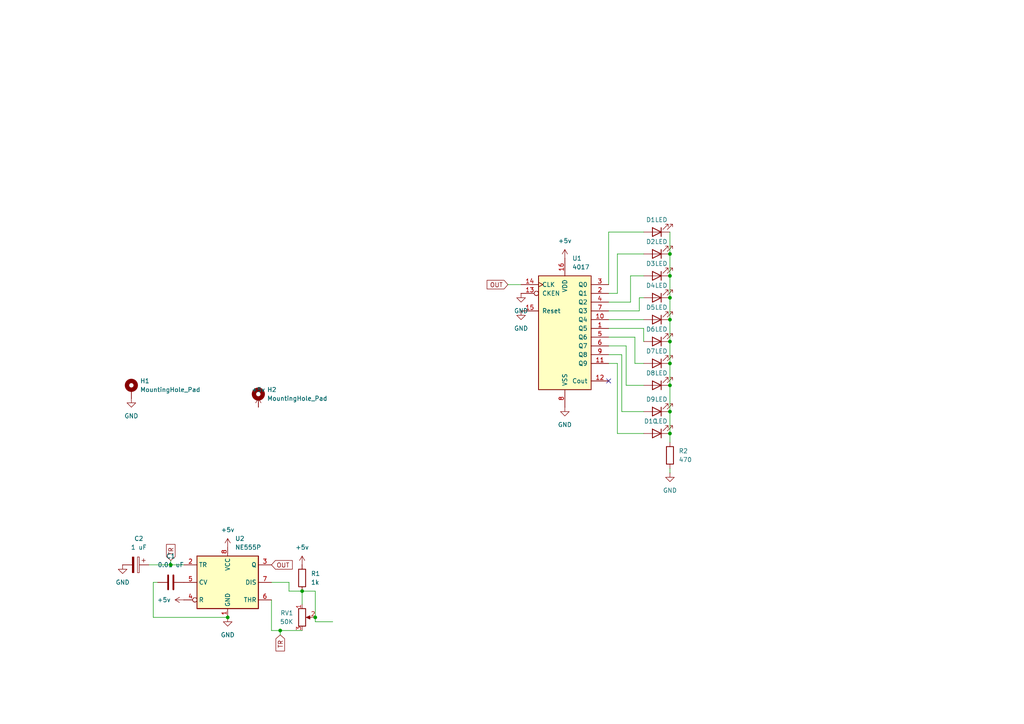
<source format=kicad_sch>
(kicad_sch (version 20250114) (generator "eeschema") (generator_version "9.0")
  (paper "A4")
  (lib_symbols
    (symbol "4xxx:4017" (pin_names (offset 1.016))
      (property "Reference" "U" (at -7.62 16.51 0))
      (property "Value" "4017" (at -7.62 -19.05 0))
      (symbol "4017_1_0"
        (pin input clock (at -12.7 12.7 0) (length 5.08) (name "CLK") (number "14"))
        (pin input inverted (at -12.7 10.16 0) (length 5.08) (name "CKEN") (number "13"))
        (pin input line (at -12.7 5.08 0) (length 5.08) (name "Reset") (number "15"))
        (pin power_in line (at 0 20.32 270) (length 5.08) (name "VDD") (number "16"))
        (pin power_in line (at 0 -22.86 90) (length 5.08) (name "VSS") (number "8"))
        (pin output line (at 12.7 12.7 180) (length 5.08) (name "Q0") (number "3"))
        (pin output line (at 12.7 10.16 180) (length 5.08) (name "Q1") (number "2"))
        (pin output line (at 12.7 7.62 180) (length 5.08) (name "Q2") (number "4"))
        (pin output line (at 12.7 5.08 180) (length 5.08) (name "Q3") (number "7"))
        (pin output line (at 12.7 2.54 180) (length 5.08) (name "Q4") (number "10"))
        (pin output line (at 12.7 0 180) (length 5.08) (name "Q5") (number "1"))
        (pin output line (at 12.7 -2.54 180) (length 5.08) (name "Q6") (number "5"))
        (pin output line (at 12.7 -5.08 180) (length 5.08) (name "Q7") (number "6"))
        (pin output line (at 12.7 -7.62 180) (length 5.08) (name "Q8") (number "9"))
        (pin output line (at 12.7 -10.16 180) (length 5.08) (name "Q9") (number "11"))
        (pin output line (at 12.7 -15.24 180) (length 5.08) (name "Cout") (number "12"))
      )
      (symbol "4017_1_1"
        (rectangle (start -7.62 15.24) (end 7.62 -17.78) (stroke (width 0.254)) (fill (type background)))
      )
    )
    (symbol "Device:C" (pin_numbers (hide yes)) (pin_names (offset 0.254))
      (property "Reference" "C" (at 0.635 2.54 0))
      (property "Value" "C" (at 0.635 -2.54 0))
      (symbol "C_0_1"
        (polyline (pts (xy -2.032 0.762) (xy 2.032 0.762)) (stroke (width 0.508)))
        (polyline (pts (xy -2.032 -0.762) (xy 2.032 -0.762)) (stroke (width 0.508)))
      )
      (symbol "C_1_1"
        (pin passive line (at 0 3.81 270) (length 2.794) (name "~") (number "1"))
        (pin passive line (at 0 -3.81 90) (length 2.794) (name "~") (number "2"))
      )
    )
    (symbol "Device:C_Polarized" (pin_numbers (hide yes)) (pin_names (offset 0.254))
      (property "Reference" "C" (at 0.635 2.54 0))
      (property "Value" "C_Polarized" (at 0.635 -2.54 0))
      (symbol "C_Polarized_0_1"
        (rectangle (start -2.286 0.508) (end 2.286 1.016))
        (polyline (pts (xy -1.778 2.286) (xy -0.762 2.286)))
        (polyline (pts (xy -1.27 2.794) (xy -1.27 1.778)))
        (rectangle (start 2.286 -0.508) (end -2.286 -1.016) (fill (type outline)))
      )
      (symbol "C_Polarized_1_1"
        (pin passive line (at 0 3.81 270) (length 2.794) (name "~") (number "1"))
        (pin passive line (at 0 -3.81 90) (length 2.794) (name "~") (number "2"))
      )
    )
    (symbol "Device:LED" (pin_numbers (hide yes)) (pin_names (offset 1.016) (hide yes))
      (property "Reference" "D" (at 0 2.54 0))
      (property "Value" "LED" (at 0 -2.54 0))
      (symbol "LED_0_1"
        (polyline (pts (xy -3.048 -0.762) (xy -4.572 -2.286) (xy -3.81 -2.286) (xy -4.572 -2.286) (xy -4.572 -1.524)))
        (polyline (pts (xy -1.778 -0.762) (xy -3.302 -2.286) (xy -2.54 -2.286) (xy -3.302 -2.286) (xy -3.302 -1.524)))
        (polyline (pts (xy -1.27 0) (xy 1.27 0)))
        (polyline (pts (xy -1.27 -1.27) (xy -1.27 1.27)) (stroke (width 0.254)))
        (polyline (pts (xy 1.27 -1.27) (xy 1.27 1.27) (xy -1.27 0) (xy 1.27 -1.27)) (stroke (width 0.254)))
      )
      (symbol "LED_1_1"
        (pin passive line (at -3.81 0 0) (length 2.54) (name "K") (number "1"))
        (pin passive line (at 3.81 0 180) (length 2.54) (name "A") (number "2"))
      )
    )
    (symbol "Device:R" (pin_numbers (hide yes)) (pin_names (offset 0))
      (property "Reference" "R" (at 2.032 0 90))
      (property "Value" "R" (at 0 0 90))
      (symbol "R_0_1"
        (rectangle (start -1.016 -2.54) (end 1.016 2.54) (stroke (width 0.254)))
      )
      (symbol "R_1_1"
        (pin passive line (at 0 3.81 270) (length 1.27) (name "~") (number "1"))
        (pin passive line (at 0 -3.81 90) (length 1.27) (name "~") (number "2"))
      )
    )
    (symbol "Device:R_Potentiometer" (pin_names (offset 1.016) (hide yes))
      (property "Reference" "RV" (at -4.445 0 90))
      (property "Value" "R_Potentiometer" (at -2.54 0 90))
      (symbol "R_Potentiometer_0_1"
        (rectangle (start 1.016 2.54) (end -1.016 -2.54) (stroke (width 0.254)))
        (polyline (pts (xy 1.143 0) (xy 2.286 0.508) (xy 2.286 -0.508) (xy 1.143 0)) (fill (type outline)))
        (polyline (pts (xy 2.54 0) (xy 1.524 0)))
      )
      (symbol "R_Potentiometer_1_1"
        (pin passive line (at 0 3.81 270) (length 1.27) (name "1") (number "1"))
        (pin passive line (at 0 -3.81 90) (length 1.27) (name "3") (number "3"))
        (pin passive line (at 3.81 0 180) (length 1.27) (name "2") (number "2"))
      )
    )
    (symbol "Mechanical:MountingHole_Pad" (pin_numbers (hide yes)) (pin_names (offset 1.016) (hide yes)) (in_bom no)
      (property "Reference" "H" (at 0 6.35 0))
      (property "Value" "MountingHole_Pad" (at 0 4.445 0))
      (symbol "MountingHole_Pad_0_1"
        (circle (center 0 1.27) (radius 1.27) (stroke (width 1.27)))
      )
      (symbol "MountingHole_Pad_1_1"
        (pin input line (at 0 -2.54 90) (length 2.54) (name "1") (number "1"))
      )
    )
    (symbol "Timer:NE555P"
      (property "Reference" "U" (at -10.16 8.89 0))
      (property "Value" "NE555P" (at 2.54 8.89 0))
      (symbol "NE555P_0_0"
        (pin power_in line (at 0 10.16 270) (length 2.54) (name "VCC") (number "8"))
        (pin power_in line (at 0 -10.16 90) (length 2.54) (name "GND") (number "1"))
      )
      (symbol "NE555P_0_1"
        (rectangle (start -8.89 -7.62) (end 8.89 7.62) (stroke (width 0.254)) (fill (type background)))
        (rectangle (start -8.89 -7.62) (end 8.89 7.62) (stroke (width 0.254)) (fill (type background)))
      )
      (symbol "NE555P_1_1"
        (pin input line (at -12.7 5.08 0) (length 3.81) (name "TR") (number "2"))
        (pin input line (at -12.7 0 0) (length 3.81) (name "CV") (number "5"))
        (pin input inverted (at -12.7 -5.08 0) (length 3.81) (name "R") (number "4"))
        (pin output line (at 12.7 5.08 180) (length 3.81) (name "Q") (number "3"))
        (pin input line (at 12.7 0 180) (length 3.81) (name "DIS") (number "7"))
        (pin input line (at 12.7 -5.08 180) (length 3.81) (name "THR") (number "6"))
      )
    )
    (symbol "power:GND" (power) (pin_numbers (hide yes)) (pin_names (offset 0) (hide yes))
      (property "Value" "GND" (at 0 -3.81 0))
      (symbol "GND_0_1"
        (polyline (pts (xy 0 0) (xy 0 -1.27) (xy 1.27 -1.27) (xy 0 -2.54) (xy -1.27 -1.27) (xy 0 -1.27)))
      )
      (symbol "GND_1_1"
        (pin power_in line (at 0 0 270) (length 0) (name "~") (number "1"))
      )
    )
    (symbol "power:VCC" (power) (pin_numbers (hide yes)) (pin_names (offset 0) (hide yes))
      (property "Value" "VCC" (at 0 3.556 0))
      (symbol "VCC_0_1"
        (polyline (pts (xy -0.762 1.27) (xy 0 2.54)))
        (polyline (pts (xy 0 2.54) (xy 0.762 1.27)))
        (polyline (pts (xy 0 0) (xy 0 2.54)))
      )
      (symbol "VCC_1_1"
        (pin power_in line (at 0 0 90) (length 0) (name "~") (number "1"))
      )
    )
  )
  (junction (at 194.31 92.71))
  (junction (at 81.28 182.88))
  (junction (at 194.31 105.41))
  (junction (at 194.31 73.66))
  (junction (at 194.31 99.06))
  (junction (at 194.31 125.73))
  (junction (at 66.04 179.07))
  (junction (at 194.31 111.76))
  (junction (at 87.63 171.45))
  (junction (at 194.31 119.38))
  (junction (at 91.44 179.07))
  (junction (at 49.53 163.83))
  (junction (at 194.31 86.36))
  (junction (at 194.31 80.01))
  (no_connect (at 176.53 110.49))
  (wire (pts (xy 194.31 99.06) (xy 194.31 105.41)))
  (wire (pts (xy 194.31 67.31) (xy 194.31 73.66)))
  (wire (pts (xy 176.53 90.17) (xy 185.42 90.17)))
  (wire (pts (xy 182.88 87.63) (xy 182.88 80.01)))
  (wire (pts (xy 81.28 184.15) (xy 81.28 182.88)))
  (wire (pts (xy 78.74 173.99) (xy 78.74 182.88)))
  (wire (pts (xy 91.44 171.45) (xy 87.63 171.45)))
  (wire (pts (xy 176.53 95.25) (xy 186.69 95.25)))
  (wire (pts (xy 180.34 102.87) (xy 180.34 119.38)))
  (wire (pts (xy 194.31 86.36) (xy 194.31 92.71)))
  (wire (pts (xy 194.31 80.01) (xy 194.31 86.36)))
  (wire (pts (xy 96.52 180.34) (xy 91.44 180.34)))
  (wire (pts (xy 147.32 82.55) (xy 151.13 82.55)))
  (wire (pts (xy 194.31 105.41) (xy 194.31 111.76)))
  (wire (pts (xy 181.61 100.33) (xy 181.61 111.76)))
  (wire (pts (xy 179.07 125.73) (xy 186.69 125.73)))
  (wire (pts (xy 182.88 80.01) (xy 186.69 80.01)))
  (wire (pts (xy 83.82 171.45) (xy 87.63 171.45)))
  (wire (pts (xy 176.53 85.09) (xy 179.07 85.09)))
  (wire (pts (xy 185.42 90.17) (xy 185.42 86.36)))
  (wire (pts (xy 194.31 125.73) (xy 194.31 128.27)))
  (wire (pts (xy 43.18 163.83) (xy 49.53 163.83)))
  (wire (pts (xy 179.07 85.09) (xy 179.07 73.66)))
  (wire (pts (xy 176.53 92.71) (xy 186.69 92.71)))
  (wire (pts (xy 180.34 119.38) (xy 186.69 119.38)))
  (wire (pts (xy 176.53 97.79) (xy 184.15 97.79)))
  (wire (pts (xy 83.82 168.91) (xy 83.82 171.45)))
  (wire (pts (xy 91.44 179.07) (xy 91.44 171.45)))
  (wire (pts (xy 45.72 168.91) (xy 44.45 168.91)))
  (wire (pts (xy 194.31 119.38) (xy 194.31 125.73)))
  (wire (pts (xy 176.53 67.31) (xy 186.69 67.31)))
  (wire (pts (xy 44.45 179.07) (xy 66.04 179.07)))
  (wire (pts (xy 44.45 168.91) (xy 44.45 179.07)))
  (wire (pts (xy 176.53 100.33) (xy 181.61 100.33)))
  (wire (pts (xy 194.31 92.71) (xy 194.31 99.06)))
  (wire (pts (xy 194.31 137.16) (xy 194.31 135.89)))
  (wire (pts (xy 91.44 180.34) (xy 91.44 179.07)))
  (wire (pts (xy 176.53 87.63) (xy 182.88 87.63)))
  (wire (pts (xy 176.53 102.87) (xy 180.34 102.87)))
  (wire (pts (xy 184.15 97.79) (xy 184.15 105.41)))
  (wire (pts (xy 81.28 182.88) (xy 78.74 182.88)))
  (wire (pts (xy 181.61 111.76) (xy 186.69 111.76)))
  (wire (pts (xy 194.31 73.66) (xy 194.31 80.01)))
  (wire (pts (xy 87.63 182.88) (xy 81.28 182.88)))
  (wire (pts (xy 78.74 168.91) (xy 83.82 168.91)))
  (wire (pts (xy 176.53 105.41) (xy 179.07 105.41)))
  (wire (pts (xy 179.07 105.41) (xy 179.07 125.73)))
  (wire (pts (xy 184.15 105.41) (xy 186.69 105.41)))
  (wire (pts (xy 87.63 171.45) (xy 87.63 175.26)))
  (wire (pts (xy 186.69 95.25) (xy 186.69 99.06)))
  (wire (pts (xy 194.31 111.76) (xy 194.31 119.38)))
  (wire (pts (xy 176.53 82.55) (xy 176.53 67.31)))
  (wire (pts (xy 185.42 86.36) (xy 186.69 86.36)))
  (wire (pts (xy 49.53 162.56) (xy 49.53 163.83)))
  (wire (pts (xy 179.07 73.66) (xy 186.69 73.66)))
  (wire (pts (xy 49.53 163.83) (xy 53.34 163.83)))
  (global_label "TR" (shape input) (at 49.53 162.56 90) (property "Intersheetrefs" "${INTERSHEET_REFS}" (effects (hide yes))))
  (global_label "TR" (shape input) (at 81.28 184.15 270) (property "Intersheetrefs" "${INTERSHEET_REFS}" (effects (hide yes))))
  (global_label "OUT" (shape input) (at 78.74 163.83 0) (property "Intersheetrefs" "${INTERSHEET_REFS}" (effects (hide yes))))
  (global_label "OUT" (shape input) (at 147.32 82.55 180) (property "Intersheetrefs" "${INTERSHEET_REFS}" (effects (hide yes))))
  (symbol (lib_id "Device:R_Potentiometer") (at 87.63 179.07 0) (unit 1)
    (property "Reference" "RV1" (at 85.09 177.7999 0) (effects (justify right)))
    (property "Value" "50K" (at 85.09 180.3399 0) (effects (justify right)))
    (property "Footprint" "Potentiometer_THT:Potentiometer_Bourns_3296Y_Vertical" (effects (hide yes)))
    (property "Description" "Potentiometer" (effects (hide yes)))
  )
  (symbol (lib_id "Device:LED") (at 190.5 111.76 180) (unit 1)
    (property "Reference" "D8" (at 188.722 108.204 0))
    (property "Value" "LED" (at 191.77 108.204 0))
    (property "Footprint" "LED_THT:LED_D3.0mm" (effects (hide yes)))
    (property "Description" "Light emitting diode" (effects (hide yes)))
    (property "Sim.Pins" "1=K 2=A" (effects (hide yes)))
  )
  (symbol (lib_id "power:GND") (at 38.1 115.57 0) (unit 1)
    (property "Reference" "#PWR04" (effects (hide yes)))
    (property "Value" "GND" (at 38.1 120.65 0))
    (property "Description" "Power symbol creates a global label with name \"GND\" , ground" (effects (hide yes)))
  )
  (symbol (lib_id "Device:LED") (at 190.5 73.66 180) (unit 1)
    (property "Reference" "D2" (at 188.722 70.104 0))
    (property "Value" "LED" (at 191.77 70.104 0))
    (property "Footprint" "LED_THT:LED_D3.0mm" (effects (hide yes)))
    (property "Description" "Light emitting diode" (effects (hide yes)))
    (property "Sim.Pins" "1=K 2=A" (effects (hide yes)))
  )
  (symbol (lib_id "4xxx:4017") (at 163.83 95.25 0) (unit 1)
    (property "Reference" "U1" (at 165.9733 74.93 0) (effects (justify left)))
    (property "Value" "4017" (at 165.9733 77.47 0) (effects (justify left)))
    (property "Footprint" "IC:N16" (effects (hide yes)))
    (property "Datasheet" "http://www.intersil.com/content/dam/Intersil/documents/cd40/cd4017bms-22bms.pdf" (effects (hide yes)))
    (property "Description" "Johnson Counter ( 10 outputs )" (effects (hide yes)))
  )
  (symbol (lib_id "Mechanical:MountingHole_Pad") (at 74.93 115.57 0) (unit 1) (in_bom no)
    (property "Reference" "H2" (at 77.47 113.0299 0) (effects (justify left)))
    (property "Value" "MountingHole_Pad" (at 77.47 115.5699 0) (effects (justify left)))
    (property "Footprint" "Connector_PinSocket_2.54mm:PinSocket_1x01_P2.54mm_Vertical" (effects (hide yes)))
    (property "Description" "Mounting Hole with connection" (effects (hide yes)))
  )
  (symbol (lib_id "Device:LED") (at 190.5 67.31 180) (unit 1)
    (property "Reference" "D1" (at 188.722 63.754 0))
    (property "Value" "LED" (at 191.77 63.754 0))
    (property "Footprint" "LED_THT:LED_D3.0mm" (effects (hide yes)))
    (property "Description" "Light emitting diode" (effects (hide yes)))
    (property "Sim.Pins" "1=K 2=A" (effects (hide yes)))
  )
  (symbol (lib_id "Device:LED") (at 190.5 80.01 180) (unit 1)
    (property "Reference" "D3" (at 188.722 76.454 0))
    (property "Value" "LED" (at 191.77 76.454 0))
    (property "Footprint" "LED_THT:LED_D3.0mm" (effects (hide yes)))
    (property "Description" "Light emitting diode" (effects (hide yes)))
    (property "Sim.Pins" "1=K 2=A" (effects (hide yes)))
  )
  (symbol (lib_id "power:VCC") (at 163.83 74.93 0) (unit 1)
    (property "Reference" "#PWR08" (effects (hide yes)))
    (property "Value" "+5v" (at 163.83 69.85 0))
    (property "Description" "Power symbol creates a global label with name \"VCC\"" (effects (hide yes)))
  )
  (symbol (lib_id "Timer:NE555P") (at 66.04 168.91 0) (unit 1)
    (property "Reference" "U2" (at 68.1833 156.21 0) (effects (justify left)))
    (property "Value" "NE555P" (at 68.1833 158.75 0) (effects (justify left)))
    (property "Footprint" "Package_DIP:DIP-8_W7.62mm" (effects (hide yes)))
    (property "Datasheet" "http://www.ti.com/lit/ds/symlink/ne555.pdf" (effects (hide yes)))
    (property "Description" "Precision Timers, 555 compatible,  PDIP-8" (effects (hide yes)))
  )
  (symbol (lib_id "power:GND") (at 194.31 137.16 0) (unit 1)
    (property "Reference" "#PWR012" (effects (hide yes)))
    (property "Value" "GND" (at 194.31 142.24 0))
    (property "Description" "Power symbol creates a global label with name \"GND\" , ground" (effects (hide yes)))
  )
  (symbol (lib_id "Device:LED") (at 190.5 92.71 180) (unit 1)
    (property "Reference" "D5" (at 188.722 89.154 0))
    (property "Value" "LED" (at 191.77 89.154 0))
    (property "Footprint" "LED_THT:LED_D3.0mm" (effects (hide yes)))
    (property "Description" "Light emitting diode" (effects (hide yes)))
    (property "Sim.Pins" "1=K 2=A" (effects (hide yes)))
  )
  (symbol (lib_id "Device:LED") (at 190.5 125.73 180) (unit 1)
    (property "Reference" "D10" (at 188.722 122.174 0))
    (property "Value" "LED" (at 191.77 122.174 0))
    (property "Footprint" "LED_THT:LED_D3.0mm" (effects (hide yes)))
    (property "Description" "Light emitting diode" (effects (hide yes)))
    (property "Sim.Pins" "1=K 2=A" (effects (hide yes)))
  )
  (symbol (lib_id "power:VCC") (at 53.34 173.99 90) (unit 1)
    (property "Reference" "#PWR01" (effects (hide yes)))
    (property "Value" "+5v" (at 49.53 173.9899 90) (effects (justify left)))
    (property "Description" "Power symbol creates a global label with name \"VCC\"" (effects (hide yes)))
  )
  (symbol (lib_id "Device:LED") (at 190.5 99.06 180) (unit 1)
    (property "Reference" "D6" (at 188.722 95.504 0))
    (property "Value" "LED" (at 191.77 95.504 0))
    (property "Footprint" "LED_THT:LED_D3.0mm" (effects (hide yes)))
    (property "Description" "Light emitting diode" (effects (hide yes)))
    (property "Sim.Pins" "1=K 2=A" (effects (hide yes)))
  )
  (symbol (lib_id "Mechanical:MountingHole_Pad") (at 38.1 113.03 0) (unit 1) (in_bom no)
    (property "Reference" "H1" (at 40.64 110.4899 0) (effects (justify left)))
    (property "Value" "MountingHole_Pad" (at 40.64 113.0299 0) (effects (justify left)))
    (property "Footprint" "Connector_PinSocket_2.54mm:PinSocket_1x01_P2.54mm_Vertical" (effects (hide yes)))
    (property "Description" "Mounting Hole with connection" (effects (hide yes)))
  )
  (symbol (lib_id "power:GND") (at 151.13 90.17 0) (unit 1)
    (property "Reference" "#PWR010" (effects (hide yes)))
    (property "Value" "GND" (at 151.13 95.25 0))
    (property "Description" "Power symbol creates a global label with name \"GND\" , ground" (effects (hide yes)))
  )
  (symbol (lib_id "Device:R") (at 194.31 132.08 0) (unit 1)
    (property "Reference" "R2" (at 196.85 130.8099 0) (effects (justify left)))
    (property "Value" "470" (at 196.85 133.3499 0) (effects (justify left)))
    (property "Footprint" "Resistor_THT:R_Axial_DIN0207_L6.3mm_D2.5mm_P7.62mm_Horizontal" (effects (hide yes)))
    (property "Description" "Resistor" (effects (hide yes)))
  )
  (symbol (lib_id "power:VCC") (at 74.93 118.11 0) (unit 1)
    (property "Reference" "#PWR05" (effects (hide yes)))
    (property "Value" "+5v" (at 74.93 113.03 0))
    (property "Description" "Power symbol creates a global label with name \"VCC\"" (effects (hide yes)))
  )
  (symbol (lib_id "power:GND") (at 35.56 163.83 0) (unit 1)
    (property "Reference" "#PWR06" (effects (hide yes)))
    (property "Value" "GND" (at 35.56 168.91 0))
    (property "Description" "Power symbol creates a global label with name \"GND\" , ground" (effects (hide yes)))
  )
  (symbol (lib_id "power:GND") (at 66.04 179.07 0) (unit 1)
    (property "Reference" "#PWR02" (effects (hide yes)))
    (property "Value" "GND" (at 66.04 184.15 0))
    (property "Description" "Power symbol creates a global label with name \"GND\" , ground" (effects (hide yes)))
  )
  (symbol (lib_id "Device:LED") (at 190.5 86.36 180) (unit 1)
    (property "Reference" "D4" (at 188.722 82.804 0))
    (property "Value" "LED" (at 191.77 82.804 0))
    (property "Footprint" "LED_THT:LED_D3.0mm" (effects (hide yes)))
    (property "Description" "Light emitting diode" (effects (hide yes)))
    (property "Sim.Pins" "1=K 2=A" (effects (hide yes)))
  )
  (symbol (lib_id "Device:C") (at 49.53 168.91 90) (unit 1)
    (property "Reference" "C1" (at 49.53 161.29 90))
    (property "Value" "0.01 uF" (at 49.53 163.83 90))
    (property "Footprint" "Capacitor_THT:CP_Radial_D5.0mm_P2.00mm" (effects (hide yes)))
    (property "Description" "Unpolarized capacitor" (effects (hide yes)))
  )
  (symbol (lib_id "Device:R") (at 87.63 167.64 0) (unit 1)
    (property "Reference" "R1" (at 90.17 166.3699 0) (effects (justify left)))
    (property "Value" "1k" (at 90.17 168.9099 0) (effects (justify left)))
    (property "Footprint" "Resistor_THT:R_Axial_DIN0207_L6.3mm_D2.5mm_P7.62mm_Horizontal" (effects (hide yes)))
    (property "Description" "Resistor" (effects (hide yes)))
  )
  (symbol (lib_id "Device:LED") (at 190.5 119.38 180) (unit 1)
    (property "Reference" "D9" (at 188.722 115.824 0))
    (property "Value" "LED" (at 191.77 115.824 0))
    (property "Footprint" "LED_THT:LED_D3.0mm" (effects (hide yes)))
    (property "Description" "Light emitting diode" (effects (hide yes)))
    (property "Sim.Pins" "1=K 2=A" (effects (hide yes)))
  )
  (symbol (lib_id "power:VCC") (at 66.04 158.75 0) (unit 1)
    (property "Reference" "#PWR03" (effects (hide yes)))
    (property "Value" "+5v" (at 66.04 153.67 0))
    (property "Description" "Power symbol creates a global label with name \"VCC\"" (effects (hide yes)))
  )
  (symbol (lib_id "power:GND") (at 163.83 118.11 0) (unit 1)
    (property "Reference" "#PWR011" (effects (hide yes)))
    (property "Value" "GND" (at 163.83 123.19 0))
    (property "Description" "Power symbol creates a global label with name \"GND\" , ground" (effects (hide yes)))
  )
  (symbol (lib_id "Device:LED") (at 190.5 105.41 180) (unit 1)
    (property "Reference" "D7" (at 188.722 101.854 0))
    (property "Value" "LED" (at 191.77 101.854 0))
    (property "Footprint" "LED_THT:LED_D3.0mm" (effects (hide yes)))
    (property "Description" "Light emitting diode" (effects (hide yes)))
    (property "Sim.Pins" "1=K 2=A" (effects (hide yes)))
  )
  (symbol (lib_id "power:GND") (at 151.13 85.09 0) (unit 1)
    (property "Reference" "#PWR09" (effects (hide yes)))
    (property "Value" "GND" (at 151.13 90.17 0))
    (property "Description" "Power symbol creates a global label with name \"GND\" , ground" (effects (hide yes)))
  )
  (symbol (lib_id "Device:C_Polarized") (at 39.37 163.83 270) (unit 1)
    (property "Reference" "C2" (at 40.259 156.21 90))
    (property "Value" "1 uF" (at 40.259 158.75 90))
    (property "Footprint" "Capacitor_THT:CP_Radial_D5.0mm_P2.00mm" (effects (hide yes)))
    (property "Description" "Polarized capacitor" (effects (hide yes)))
  )
  (symbol (lib_id "power:VCC") (at 87.63 163.83 0) (unit 1)
    (property "Reference" "#PWR07" (effects (hide yes)))
    (property "Value" "+5v" (at 87.63 158.75 0))
    (property "Description" "Power symbol creates a global label with name \"VCC\"" (effects (hide yes)))
  )
)
</source>
